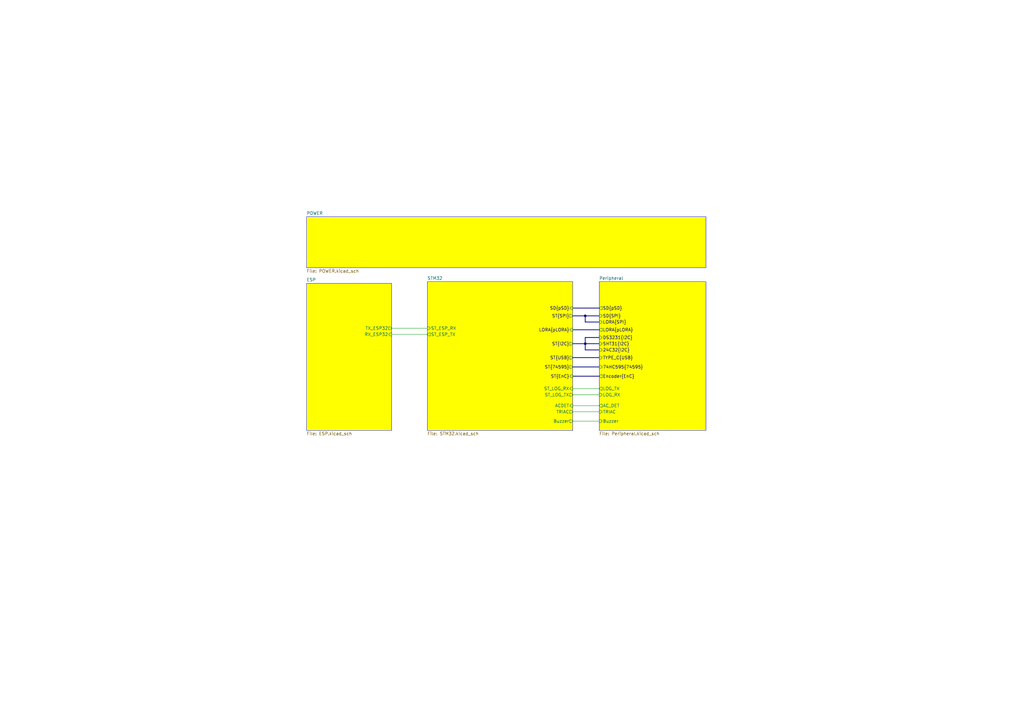
<source format=kicad_sch>
(kicad_sch (version 20230121) (generator eeschema)
  (paper "A3")
  (lib_symbols)
  (bus_alias "74595" (members "OE" "SER" "SRCLK" "RCLK"))
  (bus_alias "pSD" (members "DET" "CS"))
  (bus_alias "USB" (members "D+" "D-"))
  (bus_alias "EnC" (members "EnC_A" "EnC_B" "EnC_BT"))
  (junction (at 240.03 129.54))
  (junction (at 240.03 140.97))
  (bus (pts (xy 234.95 135.255) (xy 245.745 135.255)))
  (bus (pts (xy 245.745 138.43) (xy 240.03 138.43)))
  (bus (pts (xy 234.95 126.365) (xy 245.745 126.365)))
  (bus (pts (xy 234.95 154.305) (xy 245.745 154.305)))
  (wire (pts (xy 234.95 159.385) (xy 245.745 159.385)))
  (bus (pts (xy 240.03 143.51) (xy 240.03 140.97)))
  (wire (pts (xy 234.95 161.925) (xy 245.745 161.925)))
  (bus (pts (xy 234.95 129.54) (xy 240.03 129.54)))
  (bus (pts (xy 240.03 129.54) (xy 245.745 129.54)))
  (bus (pts (xy 245.745 143.51) (xy 240.03 143.51)))
  (bus (pts (xy 245.745 132.08) (xy 240.03 132.08)))
  (bus (pts (xy 240.03 138.43) (xy 240.03 140.97)))
  (wire (pts (xy 234.95 172.72) (xy 245.745 172.72)))
  (bus (pts (xy 234.95 140.97) (xy 240.03 140.97)))
  (wire (pts (xy 160.655 134.62) (xy 175.26 134.62)))
  (bus (pts (xy 234.95 150.495) (xy 245.745 150.495)))
  (wire (pts (xy 234.95 166.37) (xy 245.745 166.37)))
  (wire (pts (xy 160.655 137.16) (xy 175.26 137.16)))
  (bus (pts (xy 240.03 132.08) (xy 240.03 129.54)))
  (wire (pts (xy 234.95 168.91) (xy 245.745 168.91)))
  (bus (pts (xy 240.03 140.97) (xy 245.745 140.97)))
  (bus (pts (xy 234.95 146.685) (xy 245.745 146.685)))
  (sheet (at 125.73 88.9) (size 163.83 20.955) (stroke (width 0.1524) (color 0 0 255 1)) (fill (color 255 255 0 1.0000))
    (property "Sheetname" "POWER" (at 125.73 88.1884 0) (effects (justify left bottom)))
    (property "Sheetfile" "POWER.kicad_sch" (at 125.73 110.4396 0) (effects (justify left top)))
  )
  (sheet (at 125.73 116.205) (size 34.925 60.325) (stroke (width 0.1524) (color 0 0 255 1)) (fill (color 255 255 0 1.0000))
    (property "Sheetname" "ESP" (at 125.73 115.4934 0) (effects (justify left bottom)))
    (property "Sheetfile" "ESP.kicad_sch" (at 125.73 177.1146 0) (effects (justify left top)))
    (pin "RX_ESP32" input (at 160.655 137.16 0))
    (pin "TX_ESP32" output (at 160.655 134.62 0))
  )
  (sheet (at 175.26 115.57) (size 59.69 60.96) (stroke (width 0.1524) (color 0 0 255 1)) (fill (color 255 255 0 1.0000))
    (property "Sheetname" "STM32" (at 175.26 114.8584 0) (effects (justify left bottom)))
    (property "Sheetfile" "STM32.kicad_sch" (at 175.26 177.1146 0) (effects (justify left top)))
    (pin "ST_ESP_RX" input (at 175.26 134.62 180))
    (pin "ST_ESP_TX" output (at 175.26 137.16 180))
    (pin "SD{pSD}" input (at 234.95 126.365 0))
    (pin "LORA{pLORA}" input (at 234.95 135.255 0))
    (pin "ST{74595}" output (at 234.95 150.495 0))
    (pin "ST{SPI}" output (at 234.95 129.54 0))
    (pin "ST{USB}" output (at 234.95 146.685 0))
    (pin "ST{EnC}" input (at 234.95 154.305 0))
    (pin "ST_LOG_RX" input (at 234.95 159.385 0))
    (pin "ST_LOG_TX" output (at 234.95 161.925 0))
    (pin "ST{I2C}" output (at 234.95 140.97 0))
    (pin "ACDET" input (at 234.95 166.37 0))
    (pin "TRIAC" output (at 234.95 168.91 0))
    (pin "Buzzer" output (at 234.95 172.72 0))
  )
  (sheet (at 245.745 115.57) (size 43.815 60.96) (stroke (width 0.1524) (color 0 0 255 1)) (fill (color 255 255 0 1.0000))
    (property "Sheetname" "Peripheral" (at 245.745 114.8584 0) (effects (justify left bottom)))
    (property "Sheetfile" "Peripheral.kicad_sch" (at 245.745 177.1146 0) (effects (justify left top)))
    (pin "24C32{I2C}" input (at 245.745 143.51 180))
    (pin "LORA{SPI}" input (at 245.745 132.08 180))
    (pin "LORA{pLORA}" output (at 245.745 135.255 180))
    (pin "TYPE_C{USB}" input (at 245.745 146.685 180))
    (pin "Encoder{EnC}" output (at 245.745 154.305 180))
    (pin "74HC595{74595}" input (at 245.745 150.495 180))
    (pin "DS3231{I2C}" input (at 245.745 138.43 180))
    (pin "SHT31{I2C}" input (at 245.745 140.97 180))
    (pin "LOG_RX" input (at 245.745 161.925 180))
    (pin "LOG_TX" output (at 245.745 159.385 180))
    (pin "SD{SPI}" input (at 245.745 129.54 180))
    (pin "SD{pSD}" output (at 245.745 126.365 180))
    (pin "AC_DET" output (at 245.745 166.37 180))
    (pin "TRIAC" input (at 245.745 168.91 180))
    (pin "Buzzer" input (at 245.745 172.72 180))
  )
)
</source>
